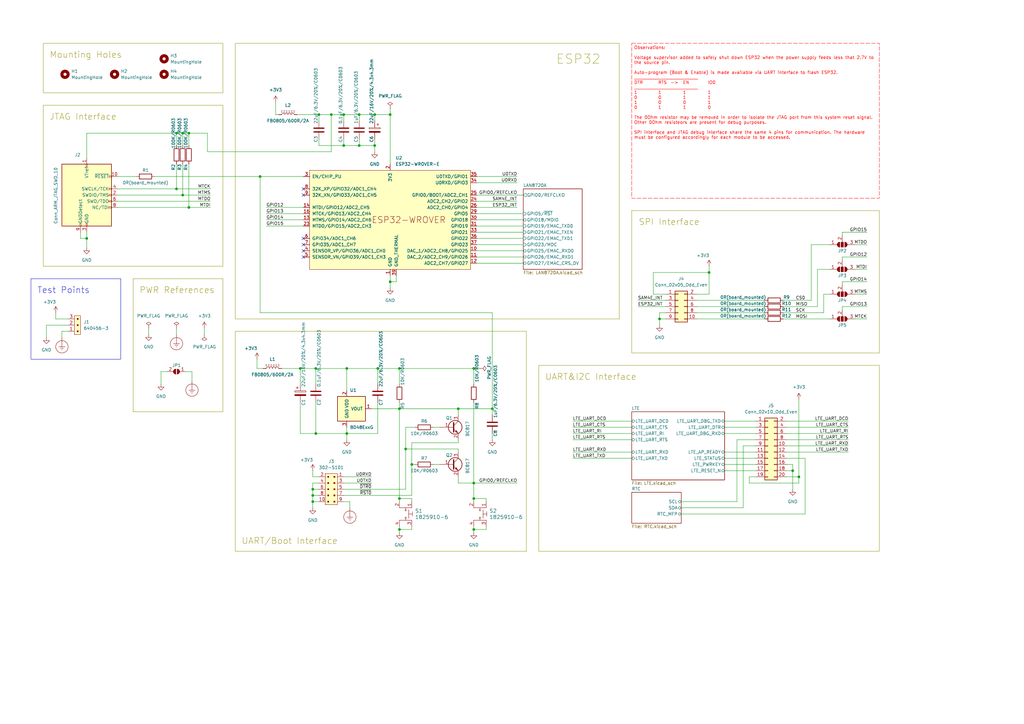
<source format=kicad_sch>
(kicad_sch (version 20230121) (generator eeschema)
  (paper "A3")
  (title_block (title "ESP32") (date "2023-12-22") (rev "A") (comment 1 "Author: Nicolae-Andrei Vasile"))
  (lib_symbols
    (symbol "Connector:Conn_ARM_JTAG_SWD_10" (pin_names (offset 1.016))
      (property "Reference" "J" (at -2.54 16.51 0))
      (property "Value" "Conn_ARM_JTAG_SWD_10" (at -2.54 13.97 0))
      (symbol "Conn_ARM_JTAG_SWD_10_1_1"
        (pin power_in line (at 0 15.24 270) (length 2.54) (name "VTref") (number "1"))
        (pin open_collector line (at 12.7 7.62 180) (length 2.54) (name "~{RESET}") (number "10"))
        (pin bidirectional line (at 12.7 0 180) (length 2.54) (name "SWDIO/TMS") (number "2"))
        (pin power_in line (at 0 -15.24 90) (length 2.54) (name "GND") (number "3"))
        (pin output line (at 12.7 2.54 180) (length 2.54) (name "SWCLK/TCK") (number "4"))
        (pin passive line (at 0 -15.24 90) (length 2.54) hide (name "GND") (number "5"))
        (pin input line (at 12.7 -2.54 180) (length 2.54) (name "SWO/TDO") (number "6"))
        (pin no_connect line (at -10.16 0 0) (length 2.54) hide (name "KEY") (number "7"))
        (pin output line (at 12.7 -5.08 180) (length 2.54) (name "NC/TDI") (number "8"))
        (pin passive line (at -2.54 -15.24 90) (length 2.54) (name "GNDDetect") (number "9"))
      )
    )
    (symbol "Connector_Generic:Conn_02x05_Odd_Even" (pin_names (offset 1.016) hide)
      (property "Reference" "J" (at 1.27 7.62 0))
      (property "Value" "Conn_02x05_Odd_Even" (at 1.27 -7.62 0))
      (symbol "Conn_02x05_Odd_Even_1_1"
        (pin passive line (at -5.08 5.08 0) (length 3.81) (name "Pin_1") (number "1"))
        (pin passive line (at 7.62 -5.08 180) (length 3.81) (name "Pin_10") (number "10"))
        (pin passive line (at 7.62 5.08 180) (length 3.81) (name "Pin_2") (number "2"))
        (pin passive line (at -5.08 2.54 0) (length 3.81) (name "Pin_3") (number "3"))
        (pin passive line (at 7.62 2.54 180) (length 3.81) (name "Pin_4") (number "4"))
        (pin passive line (at -5.08 0 0) (length 3.81) (name "Pin_5") (number "5"))
        (pin passive line (at 7.62 0 180) (length 3.81) (name "Pin_6") (number "6"))
        (pin passive line (at -5.08 -2.54 0) (length 3.81) (name "Pin_7") (number "7"))
        (pin passive line (at 7.62 -2.54 180) (length 3.81) (name "Pin_8") (number "8"))
        (pin passive line (at -5.08 -5.08 0) (length 3.81) (name "Pin_9") (number "9"))
      )
    )
    (symbol "Connector_Generic:Conn_02x10_Odd_Even" (pin_names (offset 1.016) hide)
      (property "Reference" "J" (at 1.27 12.7 0))
      (property "Value" "Conn_02x10_Odd_Even" (at 1.27 -15.24 0))
      (symbol "Conn_02x10_Odd_Even_1_1"
        (pin passive line (at -5.08 10.16 0) (length 3.81) (name "Pin_1") (number "1"))
        (pin passive line (at 7.62 0 180) (length 3.81) (name "Pin_10") (number "10"))
        (pin passive line (at -5.08 -2.54 0) (length 3.81) (name "Pin_11") (number "11"))
        (pin passive line (at 7.62 -2.54 180) (length 3.81) (name "Pin_12") (number "12"))
        (pin passive line (at -5.08 -5.08 0) (length 3.81) (name "Pin_13") (number "13"))
        (pin passive line (at 7.62 -5.08 180) (length 3.81) (name "Pin_14") (number "14"))
        (pin passive line (at -5.08 -7.62 0) (length 3.81) (name "Pin_15") (number "15"))
        (pin passive line (at 7.62 -7.62 180) (length 3.81) (name "Pin_16") (number "16"))
        (pin passive line (at -5.08 -10.16 0) (length 3.81) (name "Pin_17") (number "17"))
        (pin passive line (at 7.62 -10.16 180) (length 3.81) (name "Pin_18") (number "18"))
        (pin passive line (at -5.08 -12.7 0) (length 3.81) (name "Pin_19") (number "19"))
        (pin passive line (at 7.62 10.16 180) (length 3.81) (name "Pin_2") (number "2"))
        (pin passive line (at 7.62 -12.7 180) (length 3.81) (name "Pin_20") (number "20"))
        (pin passive line (at -5.08 7.62 0) (length 3.81) (name "Pin_3") (number "3"))
        (pin passive line (at 7.62 7.62 180) (length 3.81) (name "Pin_4") (number "4"))
        (pin passive line (at -5.08 5.08 0) (length 3.81) (name "Pin_5") (number "5"))
        (pin passive line (at 7.62 5.08 180) (length 3.81) (name "Pin_6") (number "6"))
        (pin passive line (at -5.08 2.54 0) (length 3.81) (name "Pin_7") (number "7"))
        (pin passive line (at 7.62 2.54 180) (length 3.81) (name "Pin_8") (number "8"))
        (pin passive line (at -5.08 0 0) (length 3.81) (name "Pin_9") (number "9"))
      )
    )
    (symbol "Device:C" (pin_numbers hide) (pin_names (offset 0.254))
      (property "Reference" "C" (at 0.635 2.54 0))
      (property "Value" "C" (at 0.635 -2.54 0))
      (symbol "C_1_1"
        (pin passive line (at 0 3.81 270) (length 2.794) (name "~") (number "1"))
        (pin passive line (at 0 -3.81 90) (length 2.794) (name "~") (number "2"))
      )
    )
    (symbol "Device:C_Polarized" (pin_numbers hide) (pin_names (offset 0.254))
      (property "Reference" "C" (at 0.635 2.54 0))
      (property "Value" "C_Polarized" (at 0.635 -2.54 0))
      (symbol "C_Polarized_1_1"
        (pin passive line (at 0 3.81 270) (length 2.794) (name "~") (number "1"))
        (pin passive line (at 0 -3.81 90) (length 2.794) (name "~") (number "2"))
      )
    )
    (symbol "Device:L_Ferrite" (pin_numbers hide) (pin_names (offset 1.016) hide)
      (property "Reference" "L" (at -1.27 0 90))
      (property "Value" "L_Ferrite" (at 2.794 0 90))
      (symbol "L_Ferrite_1_1"
        (pin passive line (at 0 3.81 270) (length 1.27) (name "1") (number "1"))
        (pin passive line (at 0 -3.81 90) (length 1.27) (name "2") (number "2"))
      )
    )
    (symbol "Device:R" (pin_numbers hide) (pin_names (offset 0))
      (property "Reference" "R" (at 2.032 0 90))
      (property "Value" "R" (at 0 0 90))
      (symbol "R_1_1"
        (pin passive line (at 0 3.81 270) (length 1.27) (name "~") (number "1"))
        (pin passive line (at 0 -3.81 90) (length 1.27) (name "~") (number "2"))
      )
    )
    (symbol "Espressif:ESP32-WROVER-E" (pin_names (offset 1.016))
      (property "Reference" "U" (at -30.48 25.4 0))
      (property "Value" "ESP32-WROVER-E" (at -30.48 22.86 0))
      (symbol "ESP32-WROVER-E_1_1"
        (text "ESP32-­WROVER" (at 7.62 0 0) (effects (font (size 2.54 2.54))))
        (pin power_in line (at 0 -22.86 90) (length 2.54) (name "GND") (number "1"))
        (pin bidirectional line (at 35.56 -12.7 180) (length 2.54) (name "DAC_1/ADC2_CH8/GPIO25") (number "10"))
        (pin bidirectional line (at 35.56 -15.24 180) (length 2.54) (name "DAC_2/ADC2_CH9/GPIO26") (number "11"))
        (pin bidirectional line (at 35.56 -17.78 180) (length 2.54) (name "ADC2_CH7/GPIO27") (number "12"))
        (pin bidirectional line (at -35.56 0 0) (length 2.54) (name "MTMS/GPIO14/ADC2_CH6") (number "13"))
        (pin bidirectional line (at -35.56 5.08 0) (length 2.54) (name "MTDI/GPIO12/ADC2_CH5") (number "14"))
        (pin passive line (at 0 -22.86 90) (length 2.54) hide (name "GND") (number "15"))
        (pin bidirectional line (at -35.56 2.54 0) (length 2.54) (name "MTCK/GPIO13/ADC2_CH4") (number "16"))
        (pin power_in line (at 0 22.86 270) (length 2.54) (name "3V3") (number "2"))
        (pin bidirectional line (at -35.56 -2.54 0) (length 2.54) (name "MTDO/GPIO15/ADC2_CH3") (number "23"))
        (pin bidirectional line (at 35.56 7.62 180) (length 2.54) (name "ADC2_CH2/GPIO2") (number "24"))
        (pin bidirectional line (at 35.56 10.16 180) (length 2.54) (name "GPIO0/BOOT/ADC2_CH1") (number "25"))
        (pin bidirectional line (at 35.56 5.08 180) (length 2.54) (name "ADC2_CH0/GPIO4") (number "26"))
        (pin bidirectional line (at 35.56 2.54 180) (length 2.54) (name "GPIO5") (number "29"))
        (pin input line (at -35.56 17.78 0) (length 2.54) (name "EN/CHIP_PU") (number "3"))
        (pin bidirectional line (at 35.56 0 180) (length 2.54) (name "GPIO18") (number "30"))
        (pin bidirectional line (at 35.56 -2.54 180) (length 2.54) (name "GPIO19") (number "31"))
        (pin bidirectional line (at 35.56 -5.08 180) (length 2.54) (name "GPIO21") (number "33"))
        (pin bidirectional line (at 35.56 15.24 180) (length 2.54) (name "U0RXD/GPIO3") (number "34"))
        (pin bidirectional line (at 35.56 17.78 180) (length 2.54) (name "U0TXD/GPIO1") (number "35"))
        (pin bidirectional line (at 35.56 -7.62 180) (length 2.54) (name "GPIO22") (number "36"))
        (pin bidirectional line (at 35.56 -10.16 180) (length 2.54) (name "GPIO23") (number "37"))
        (pin passive line (at 0 -22.86 90) (length 2.54) hide (name "GND") (number "38"))
        (pin power_in line (at 2.54 -22.86 90) (length 2.54) (name "GND_THERMAL") (number "39"))
        (pin input line (at -35.56 -12.7 0) (length 2.54) (name "SENSOR_VP/GPIO36/ADC1_CH0") (number "4"))
        (pin input line (at -35.56 -15.24 0) (length 2.54) (name "SENSOR_VN/GPIO39/ADC1_CH3") (number "5"))
        (pin input line (at -35.56 -7.62 0) (length 2.54) (name "GPIO34/ADC1_CH6") (number "6"))
        (pin input line (at -35.56 -10.16 0) (length 2.54) (name "GPIO35/ADC1_CH7") (number "7"))
        (pin bidirectional line (at -35.56 12.7 0) (length 2.54) (name "32K_XP/GPIO32/ADC1_CH4") (number "8"))
        (pin bidirectional line (at -35.56 10.16 0) (length 2.54) (name "32K_XN/GPIO33/ADC1_CH5") (number "9"))
      )
    )
    (symbol "Jumper:SolderJumper_2_Open" (pin_names (offset 0) hide)
      (property "Reference" "JP" (at 0 2.032 0))
      (property "Value" "SolderJumper_2_Open" (at 0 -2.54 0))
      (symbol "SolderJumper_2_Open_1_1"
        (pin passive line (at -3.81 0 0) (length 2.54) (name "A") (number "1"))
        (pin passive line (at 3.81 0 180) (length 2.54) (name "B") (number "2"))
      )
    )
    (symbol "Jumper:SolderJumper_3_Open" (pin_names (offset 0) hide)
      (property "Reference" "JP" (at -2.54 -2.54 0))
      (property "Value" "SolderJumper_3_Open" (at 0 2.794 0))
      (symbol "SolderJumper_3_Open_1_1"
        (pin passive line (at -5.08 0 0) (length 2.54) (name "A") (number "1"))
        (pin passive line (at 0 -3.81 90) (length 2.54) (name "C") (number "2"))
        (pin passive line (at 5.08 0 180) (length 2.54) (name "B") (number "3"))
      )
    )
    (symbol "Mechanical:MountingHole" (pin_names (offset 1.016))
      (property "Reference" "H" (at 0 5.08 0))
      (property "Value" "MountingHole" (at 0 3.175 0))
    )
    (symbol "Power_Management:BD48ExxG" (pin_names (offset 1.016))
      (property "Reference" "U" (at -3.81 6.35 0))
      (property "Value" "BD48ExxG" (at -5.08 0 90))
      (symbol "BD48ExxG_1_1"
        (pin output line (at 10.16 0 180) (length 2.54) (name "VOUT") (number "1"))
        (pin power_in line (at 0 7.62 270) (length 2.54) (name "VDD") (number "2"))
        (pin power_in line (at 0 -7.62 90) (length 2.54) (name "GND") (number "3"))
      )
    )
    (symbol "Transistor_BJT:BC817" (pin_names (offset 0) hide)
      (property "Reference" "Q" (at 5.08 1.905 0))
      (property "Value" "BC817" (at 5.08 0 0))
      (symbol "BC817_1_1"
        (pin input line (at -5.08 0 0) (length 5.715) (name "B") (number "1"))
        (pin passive line (at 2.54 -5.08 90) (length 2.54) (name "E") (number "2"))
        (pin passive line (at 2.54 5.08 270) (length 2.54) (name "C") (number "3"))
      )
    )
    (symbol "dk_Rectangular-Connectors-Headers-Male-Pins:302-S101" (pin_names (offset 1.016))
      (property "Reference" "J" (at -2.54 7.62 0))
      (property "Value" "302-S101" (at 0 -7.62 0))
      (symbol "302-S101_1_1"
        (pin passive line (at -5.08 5.08 0) (length 2.54) (name "~") (number "1"))
        (pin passive line (at 5.08 -5.08 180) (length 2.54) (name "~") (number "10"))
        (pin passive line (at 5.08 5.08 180) (length 2.54) (name "~") (number "2"))
        (pin passive line (at -5.08 2.54 0) (length 2.54) (name "~") (number "3"))
        (pin passive line (at 5.08 2.54 180) (length 2.54) (name "~") (number "4"))
        (pin passive line (at -5.08 0 0) (length 2.54) (name "~") (number "5"))
        (pin passive line (at 5.08 0 180) (length 2.54) (name "~") (number "6"))
        (pin passive line (at -5.08 -2.54 0) (length 2.54) (name "~") (number "7"))
        (pin passive line (at 5.08 -2.54 180) (length 2.54) (name "~") (number "8"))
        (pin passive line (at -5.08 -5.08 0) (length 2.54) (name "~") (number "9"))
      )
    )
    (symbol "dk_Rectangular-Connectors-Headers-Male-Pins:640456-3" (pin_names (offset 1.016))
      (property "Reference" "J" (at -2.54 1.27 0))
      (property "Value" "640456-3" (at 2.54 -3.81 0))
      (symbol "640456-3_1_1"
        (pin passive line (at 0 2.54 270) (length 2.54) (name "~") (number "1"))
        (pin passive line (at 2.54 2.54 270) (length 2.54) (name "~") (number "2"))
        (pin passive line (at 5.08 2.54 270) (length 2.54) (name "~") (number "3"))
      )
    )
    (symbol "dk_Tactile-Switches:1825910-6" (pin_names (offset 1.016))
      (property "Reference" "S" (at 0 4.572 0))
      (property "Value" "1825910-6" (at 0.127 -5.08 0))
      (symbol "1825910-6_1_1"
        (pin passive line (at -5.08 2.54 0) (length 2.54) (name "~") (number "1"))
        (pin passive line (at -5.08 -2.54 0) (length 2.54) (name "~") (number "2"))
        (pin passive line (at 5.08 2.54 180) (length 2.54) (name "~") (number "3"))
        (pin passive line (at 5.08 -2.54 180) (length 2.54) (name "~") (number "4"))
      )
    )
    (symbol "power:+3V3" (power) (pin_names (offset 0))
      (property "Value" "+3V3" (at 0 3.556 0))
      (symbol "+3V3_1_1"
        (pin power_in line (at 0 0 90) (length 0) hide (name "+3V3") (number "1"))
      )
    )
    (symbol "power:Earth_Protective" (power) (pin_names (offset 0))
      (symbol "Earth_Protective_1_1"
        (pin power_in line (at 0 0 270) (length 0) hide (name "Earth_Protective") (number "1"))
      )
    )
    (symbol "power:GND" (power) (pin_names (offset 0))
      (property "Value" "GND" (at 0 -3.81 0))
      (symbol "GND_1_1"
        (pin power_in line (at 0 0 270) (length 0) hide (name "GND") (number "1"))
      )
    )
    (symbol "power:PWR_FLAG" (power) (pin_numbers hide) (pin_names (offset 0) hide)
      (property "Value" "PWR_FLAG" (at 0 3.81 0))
      (symbol "PWR_FLAG_0_0"
        (pin power_out line (at 0 0 90) (length 0) (name "pwr") (number "1"))
      )
    )
  )
  (junction (at 327.66 195.58))
  (junction (at 128.27 203.2))
  (junction (at 128.27 205.74))
  (junction (at 154.94 151.13))
  (junction (at 194.31 198.12))
  (junction (at 77.47 54.61))
  (junction (at 163.83 204.47))
  (junction (at 106.68 72.39))
  (junction (at 187.96 167.64))
  (junction (at 163.83 167.64))
  (junction (at 142.24 177.8))
  (junction (at 35.56 97.79))
  (junction (at 140.97 59.69))
  (junction (at 160.02 115.57))
  (junction (at 194.31 151.13))
  (junction (at 129.54 151.13))
  (junction (at 147.32 46.99))
  (junction (at 140.97 46.99))
  (junction (at 194.31 217.17))
  (junction (at 147.32 59.69))
  (junction (at 128.27 200.66))
  (junction (at 325.12 193.04))
  (junction (at 153.67 59.69))
  (junction (at 74.93 54.61))
  (junction (at 129.54 177.8))
  (junction (at 163.83 151.13))
  (junction (at 135.89 46.99))
  (junction (at 123.19 151.13))
  (junction (at 270.51 130.81))
  (junction (at 160.02 46.99))
  (junction (at 290.83 111.76))
  (junction (at 130.81 46.99))
  (junction (at 77.47 85.09))
  (junction (at 201.93 167.64))
  (junction (at 163.83 217.17))
  (junction (at 72.39 54.61))
  (junction (at 166.37 184.15))
  (junction (at 194.31 204.47))
  (junction (at 72.39 77.47))
  (junction (at 168.91 190.5))
  (junction (at 142.24 151.13))
  (junction (at 153.67 46.99))
  (junction (at 74.93 80.01))
  (no_connect (at 124.46 100.33))
  (no_connect (at 124.46 97.79))
  (no_connect (at 124.46 105.41))
  (no_connect (at 124.46 102.87))
  (no_connect (at 124.46 77.47))
  (no_connect (at 124.46 80.01))
  (wire (pts (xy 153.67 59.69) (xy 147.32 59.69)))
  (wire (pts (xy 322.58 182.88) (xy 347.98 182.88)))
  (wire (pts (xy 83.82 134.62) (xy 83.82 137.16)))
  (wire (pts (xy 267.97 111.76) (xy 290.83 111.76)))
  (wire (pts (xy 19.05 133.35) (xy 19.05 138.43)))
  (wire (pts (xy 177.8 190.5) (xy 180.34 190.5)))
  (wire (pts (xy 163.83 204.47) (xy 168.91 204.47)))
  (wire (pts (xy 109.22 85.09) (xy 124.46 85.09)))
  (wire (pts (xy 194.31 198.12) (xy 212.09 198.12)))
  (wire (pts (xy 290.83 109.22) (xy 290.83 111.76)))
  (wire (pts (xy 154.94 177.8) (xy 142.24 177.8)))
  (wire (pts (xy 166.37 200.66) (xy 166.37 184.15)))
  (wire (pts (xy 168.91 215.9) (xy 168.91 217.17)))
  (wire (pts (xy 330.2 210.82) (xy 330.2 187.96)))
  (wire (pts (xy 77.47 85.09) (xy 86.36 85.09)))
  (wire (pts (xy 163.83 167.64) (xy 163.83 204.47)))
  (wire (pts (xy 166.37 184.15) (xy 187.96 184.15)))
  (wire (pts (xy 187.96 170.18) (xy 187.96 167.64)))
  (wire (pts (xy 340.36 100.33) (xy 332.74 100.33)))
  (wire (pts (xy 270.51 130.81) (xy 270.51 133.35)))
  (wire (pts (xy 285.75 125.73) (xy 313.69 125.73)))
  (wire (pts (xy 327.66 198.12) (xy 307.34 198.12)))
  (wire (pts (xy 105.41 151.13) (xy 105.41 147.32)))
  (wire (pts (xy 337.82 128.27) (xy 321.31 128.27)))
  (wire (pts (xy 60.96 134.62) (xy 60.96 137.16)))
  (wire (pts (xy 142.24 175.26) (xy 142.24 177.8)))
  (wire (pts (xy 142.24 151.13) (xy 129.54 151.13)))
  (wire (pts (xy 142.24 151.13) (xy 142.24 160.02)))
  (wire (pts (xy 273.05 120.65) (xy 267.97 120.65)))
  (wire (pts (xy 168.91 181.61) (xy 168.91 190.5)))
  (polyline (pts (xy 215.9 226.06) (xy 96.52 226.06)) (stroke (width 0) (color 140 140 0 1)))
  (wire (pts (xy 187.96 181.61) (xy 168.91 181.61)))
  (wire (pts (xy 194.31 205.74) (xy 194.31 204.47)))
  (wire (pts (xy 163.83 215.9) (xy 163.83 217.17)))
  (wire (pts (xy 194.31 151.13) (xy 194.31 157.48)))
  (wire (pts (xy 279.4 210.82) (xy 330.2 210.82)))
  (wire (pts (xy 74.93 54.61) (xy 74.93 59.69)))
  (wire (pts (xy 77.47 54.61) (xy 77.47 59.69)))
  (wire (pts (xy 48.26 85.09) (xy 77.47 85.09)))
  (wire (pts (xy 63.5 72.39) (xy 106.68 72.39)))
  (wire (pts (xy 335.28 125.73) (xy 321.31 125.73)))
  (wire (pts (xy 168.91 190.5) (xy 168.91 203.2)))
  (wire (pts (xy 196.85 151.13) (xy 194.31 151.13)))
  (wire (pts (xy 304.8 208.28) (xy 279.4 208.28)))
  (wire (pts (xy 168.91 204.47) (xy 168.91 205.74)))
  (wire (pts (xy 325.12 190.5) (xy 325.12 193.04)))
  (wire (pts (xy 163.83 151.13) (xy 194.31 151.13)))
  (polyline (pts (xy 181.61 135.89) (xy 181.61 135.89)) (stroke (width 0) (color 140 140 0 1)))
  (wire (pts (xy 33.02 97.79) (xy 35.56 97.79)))
  (wire (pts (xy 85.09 62.23) (xy 85.09 54.61)))
  (wire (pts (xy 152.4 198.12) (xy 140.97 198.12)))
  (wire (pts (xy 106.68 72.39) (xy 106.68 128.27)))
  (wire (pts (xy 187.96 198.12) (xy 194.31 198.12)))
  (polyline (pts (xy 96.52 226.06) (xy 96.52 135.89)) (stroke (width 0) (color 140 140 0 1)))
  (wire (pts (xy 162.56 113.03) (xy 162.56 115.57)))
  (wire (pts (xy 72.39 134.62) (xy 72.39 137.16)))
  (wire (pts (xy 345.44 106.68) (xy 345.44 105.41)))
  (wire (pts (xy 199.39 204.47) (xy 199.39 205.74)))
  (wire (pts (xy 130.81 46.99) (xy 121.92 46.99)))
  (wire (pts (xy 140.97 200.66) (xy 166.37 200.66)))
  (wire (pts (xy 154.94 151.13) (xy 154.94 157.48)))
  (wire (pts (xy 325.12 193.04) (xy 325.12 200.66)))
  (wire (pts (xy 48.26 82.55) (xy 86.36 82.55)))
  (wire (pts (xy 340.36 130.81) (xy 321.31 130.81)))
  (wire (pts (xy 147.32 57.15) (xy 147.32 59.69)))
  (wire (pts (xy 285.75 130.81) (xy 313.69 130.81)))
  (wire (pts (xy 123.19 177.8) (xy 123.19 165.1)))
  (wire (pts (xy 109.22 90.17) (xy 124.46 90.17)))
  (wire (pts (xy 129.54 151.13) (xy 129.54 157.48)))
  (wire (pts (xy 48.26 77.47) (xy 72.39 77.47)))
  (wire (pts (xy 345.44 116.84) (xy 345.44 115.57)))
  (wire (pts (xy 322.58 180.34) (xy 347.98 180.34)))
  (wire (pts (xy 307.34 195.58) (xy 309.88 195.58)))
  (wire (pts (xy 130.81 46.99) (xy 135.89 46.99)))
  (wire (pts (xy 187.96 180.34) (xy 187.96 181.61)))
  (wire (pts (xy 195.58 74.93) (xy 212.09 74.93)))
  (wire (pts (xy 72.39 77.47) (xy 86.36 77.47)))
  (wire (pts (xy 123.19 151.13) (xy 123.19 157.48)))
  (wire (pts (xy 140.97 57.15) (xy 140.97 59.69)))
  (wire (pts (xy 177.8 175.26) (xy 180.34 175.26)))
  (wire (pts (xy 195.58 107.95) (xy 214.63 107.95)))
  (wire (pts (xy 74.93 54.61) (xy 77.47 54.61)))
  (wire (pts (xy 332.74 100.33) (xy 332.74 123.19)))
  (wire (pts (xy 322.58 172.72) (xy 347.98 172.72)))
  (wire (pts (xy 199.39 217.17) (xy 194.31 217.17)))
  (wire (pts (xy 355.6 110.49) (xy 350.52 110.49)))
  (wire (pts (xy 168.91 190.5) (xy 170.18 190.5)))
  (wire (pts (xy 153.67 49.53) (xy 153.67 46.99)))
  (wire (pts (xy 22.86 128.27) (xy 22.86 130.81)))
  (wire (pts (xy 332.74 123.19) (xy 321.31 123.19)))
  (wire (pts (xy 322.58 185.42) (xy 347.98 185.42)))
  (wire (pts (xy 130.81 198.12) (xy 128.27 198.12)))
  (wire (pts (xy 152.4 167.64) (xy 163.83 167.64)))
  (wire (pts (xy 322.58 175.26) (xy 347.98 175.26)))
  (wire (pts (xy 135.89 62.23) (xy 135.89 46.99)))
  (wire (pts (xy 113.03 41.91) (xy 113.03 46.99)))
  (wire (pts (xy 302.26 180.34) (xy 309.88 180.34)))
  (wire (pts (xy 128.27 193.04) (xy 128.27 195.58)))
  (wire (pts (xy 166.37 175.26) (xy 170.18 175.26)))
  (wire (pts (xy 85.09 54.61) (xy 77.47 54.61)))
  (wire (pts (xy 163.83 217.17) (xy 163.83 218.44)))
  (wire (pts (xy 77.47 67.31) (xy 77.47 85.09)))
  (wire (pts (xy 273.05 123.19) (xy 261.62 123.19)))
  (wire (pts (xy 142.24 151.13) (xy 154.94 151.13)))
  (wire (pts (xy 130.81 200.66) (xy 128.27 200.66)))
  (wire (pts (xy 130.81 57.15) (xy 130.81 59.69)))
  (polyline (pts (xy 181.61 135.89) (xy 215.9 135.89)) (stroke (width 0) (color 140 140 0 1)))
  (wire (pts (xy 163.83 167.64) (xy 187.96 167.64)))
  (wire (pts (xy 195.58 100.33) (xy 214.63 100.33)))
  (wire (pts (xy 195.58 97.79) (xy 214.63 97.79)))
  (wire (pts (xy 115.57 151.13) (xy 123.19 151.13)))
  (polyline (pts (xy 97.79 135.89) (xy 181.61 135.89)) (stroke (width 0) (color 140 140 0 1)))
  (wire (pts (xy 130.81 59.69) (xy 140.97 59.69)))
  (wire (pts (xy 160.02 46.99) (xy 153.67 46.99)))
  (wire (pts (xy 297.18 175.26) (xy 309.88 175.26)))
  (wire (pts (xy 154.94 165.1) (xy 154.94 177.8)))
  (wire (pts (xy 327.66 163.83) (xy 327.66 195.58)))
  (wire (pts (xy 355.6 120.65) (xy 350.52 120.65)))
  (wire (pts (xy 153.67 57.15) (xy 153.67 59.69)))
  (wire (pts (xy 78.74 156.21) (xy 78.74 152.4)))
  (wire (pts (xy 337.82 120.65) (xy 340.36 120.65)))
  (wire (pts (xy 35.56 95.25) (xy 35.56 97.79)))
  (wire (pts (xy 35.56 54.61) (xy 72.39 54.61)))
  (wire (pts (xy 160.02 113.03) (xy 160.02 115.57)))
  (wire (pts (xy 163.83 165.1) (xy 163.83 167.64)))
  (wire (pts (xy 270.51 128.27) (xy 270.51 130.81)))
  (wire (pts (xy 194.31 215.9) (xy 194.31 217.17)))
  (wire (pts (xy 322.58 177.8) (xy 347.98 177.8)))
  (wire (pts (xy 201.93 170.18) (xy 201.93 167.64)))
  (wire (pts (xy 199.39 215.9) (xy 199.39 217.17)))
  (wire (pts (xy 355.6 130.81) (xy 350.52 130.81)))
  (wire (pts (xy 163.83 151.13) (xy 163.83 157.48)))
  (wire (pts (xy 297.18 187.96) (xy 309.88 187.96)))
  (wire (pts (xy 128.27 203.2) (xy 128.27 205.74)))
  (wire (pts (xy 285.75 123.19) (xy 313.69 123.19)))
  (wire (pts (xy 147.32 46.99) (xy 140.97 46.99)))
  (wire (pts (xy 234.95 177.8) (xy 259.08 177.8)))
  (wire (pts (xy 345.44 96.52) (xy 345.44 95.25)))
  (wire (pts (xy 194.31 217.17) (xy 194.31 218.44)))
  (wire (pts (xy 66.04 152.4) (xy 66.04 157.48)))
  (wire (pts (xy 168.91 217.17) (xy 163.83 217.17)))
  (wire (pts (xy 187.96 185.42) (xy 187.96 184.15)))
  (wire (pts (xy 128.27 200.66) (xy 128.27 203.2)))
  (wire (pts (xy 147.32 46.99) (xy 147.32 49.53)))
  (wire (pts (xy 19.05 133.35) (xy 27.94 133.35)))
  (wire (pts (xy 130.81 203.2) (xy 128.27 203.2)))
  (wire (pts (xy 297.18 185.42) (xy 309.88 185.42)))
  (wire (pts (xy 195.58 72.39) (xy 212.09 72.39)))
  (wire (pts (xy 279.4 205.74) (xy 302.26 205.74)))
  (wire (pts (xy 267.97 120.65) (xy 267.97 111.76)))
  (wire (pts (xy 195.58 105.41) (xy 214.63 105.41)))
  (wire (pts (xy 307.34 198.12) (xy 307.34 195.58)))
  (wire (pts (xy 160.02 115.57) (xy 162.56 115.57)))
  (wire (pts (xy 72.39 54.61) (xy 72.39 59.69)))
  (wire (pts (xy 273.05 130.81) (xy 270.51 130.81)))
  (wire (pts (xy 106.68 128.27) (xy 201.93 128.27)))
  (wire (pts (xy 114.3 46.99) (xy 113.03 46.99)))
  (wire (pts (xy 297.18 190.5) (xy 309.88 190.5)))
  (wire (pts (xy 355.6 100.33) (xy 350.52 100.33)))
  (wire (pts (xy 168.91 203.2) (xy 140.97 203.2)))
  (wire (pts (xy 152.4 195.58) (xy 140.97 195.58)))
  (wire (pts (xy 273.05 128.27) (xy 270.51 128.27)))
  (wire (pts (xy 302.26 205.74) (xy 302.26 180.34)))
  (wire (pts (xy 335.28 125.73) (xy 335.28 110.49)))
  (wire (pts (xy 187.96 167.64) (xy 201.93 167.64)))
  (wire (pts (xy 109.22 92.71) (xy 124.46 92.71)))
  (wire (pts (xy 195.58 95.25) (xy 214.63 95.25)))
  (wire (pts (xy 68.58 152.4) (xy 66.04 152.4)))
  (wire (pts (xy 322.58 193.04) (xy 325.12 193.04)))
  (wire (pts (xy 163.83 205.74) (xy 163.83 204.47)))
  (wire (pts (xy 129.54 177.8) (xy 142.24 177.8)))
  (wire (pts (xy 130.81 195.58) (xy 128.27 195.58)))
  (wire (pts (xy 123.19 151.13) (xy 129.54 151.13)))
  (wire (pts (xy 355.6 95.25) (xy 345.44 95.25)))
  (wire (pts (xy 143.51 205.74) (xy 140.97 205.74)))
  (wire (pts (xy 195.58 92.71) (xy 214.63 92.71)))
  (wire (pts (xy 201.93 128.27) (xy 201.93 167.64)))
  (wire (pts (xy 140.97 46.99) (xy 140.97 49.53)))
  (wire (pts (xy 72.39 77.47) (xy 72.39 67.31)))
  (wire (pts (xy 153.67 59.69) (xy 153.67 62.23)))
  (wire (pts (xy 234.95 187.96) (xy 259.08 187.96)))
  (polyline (pts (xy 215.9 135.89) (xy 215.9 226.06)) (stroke (width 0) (color 140 140 0 1)))
  (wire (pts (xy 35.56 54.61) (xy 35.56 64.77)))
  (wire (pts (xy 234.95 180.34) (xy 259.08 180.34)))
  (wire (pts (xy 33.02 95.25) (xy 33.02 97.79)))
  (wire (pts (xy 273.05 125.73) (xy 261.62 125.73)))
  (wire (pts (xy 322.58 195.58) (xy 327.66 195.58)))
  (wire (pts (xy 154.94 151.13) (xy 163.83 151.13)))
  (wire (pts (xy 355.6 125.73) (xy 345.44 125.73)))
  (wire (pts (xy 48.26 72.39) (xy 55.88 72.39)))
  (wire (pts (xy 195.58 90.17) (xy 214.63 90.17)))
  (wire (pts (xy 234.95 185.42) (xy 259.08 185.42)))
  (wire (pts (xy 27.94 135.89) (xy 25.4 135.89)))
  (wire (pts (xy 166.37 184.15) (xy 166.37 175.26)))
  (wire (pts (xy 194.31 198.12) (xy 194.31 204.47)))
  (wire (pts (xy 78.74 152.4) (xy 76.2 152.4)))
  (wire (pts (xy 143.51 208.28) (xy 143.51 205.74)))
  (wire (pts (xy 129.54 165.1) (xy 129.54 177.8)))
  (wire (pts (xy 25.4 135.89) (xy 25.4 138.43)))
  (wire (pts (xy 142.24 177.8) (xy 142.24 180.34)))
  (wire (pts (xy 107.95 151.13) (xy 105.41 151.13)))
  (wire (pts (xy 304.8 182.88) (xy 304.8 208.28)))
  (wire (pts (xy 194.31 165.1) (xy 194.31 198.12)))
  (wire (pts (xy 160.02 46.99) (xy 160.02 67.31)))
  (wire (pts (xy 128.27 205.74) (xy 128.27 208.28)))
  (wire (pts (xy 135.89 62.23) (xy 85.09 62.23)))
  (polyline (pts (xy 96.52 135.89) (xy 97.79 135.89)) (stroke (width 0) (color 140 140 0 1)))
  (wire (pts (xy 72.39 54.61) (xy 74.93 54.61)))
  (wire (pts (xy 309.88 182.88) (xy 304.8 182.88)))
  (wire (pts (xy 153.67 46.99) (xy 147.32 46.99)))
  (wire (pts (xy 290.83 111.76) (xy 290.83 120.65)))
  (wire (pts (xy 106.68 72.39) (xy 124.46 72.39)))
  (wire (pts (xy 160.02 115.57) (xy 160.02 118.11)))
  (wire (pts (xy 187.96 195.58) (xy 187.96 198.12)))
  (wire (pts (xy 74.93 80.01) (xy 86.36 80.01)))
  (wire (pts (xy 48.26 80.01) (xy 74.93 80.01)))
  (wire (pts (xy 297.18 177.8) (xy 309.88 177.8)))
  (wire (pts (xy 322.58 190.5) (xy 325.12 190.5)))
  (wire (pts (xy 195.58 87.63) (xy 214.63 87.63)))
  (wire (pts (xy 327.66 195.58) (xy 327.66 198.12)))
  (wire (pts (xy 35.56 97.79) (xy 35.56 101.6)))
  (wire (pts (xy 195.58 80.01) (xy 214.63 80.01)))
  (wire (pts (xy 234.95 175.26) (xy 259.08 175.26)))
  (wire (pts (xy 297.18 193.04) (xy 309.88 193.04)))
  (wire (pts (xy 201.93 177.8) (xy 201.93 180.34)))
  (wire (pts (xy 194.31 204.47) (xy 199.39 204.47)))
  (wire (pts (xy 160.02 44.45) (xy 160.02 46.99)))
  (wire (pts (xy 355.6 105.41) (xy 345.44 105.41)))
  (wire (pts (xy 128.27 198.12) (xy 128.27 200.66)))
  (wire (pts (xy 109.22 87.63) (xy 124.46 87.63)))
  (wire (pts (xy 345.44 127) (xy 345.44 125.73)))
  (wire (pts (xy 335.28 110.49) (xy 340.36 110.49)))
  (wire (pts (xy 74.93 67.31) (xy 74.93 80.01)))
  (wire (pts (xy 195.58 85.09) (xy 212.09 85.09)))
  (wire (pts (xy 285.75 128.27) (xy 313.69 128.27)))
  (wire (pts (xy 130.81 205.74) (xy 128.27 205.74)))
  (wire (pts (xy 129.54 177.8) (xy 123.19 177.8)))
  (wire (pts (xy 330.2 187.96) (xy 322.58 187.96)))
  (wire (pts (xy 27.94 130.81) (xy 22.86 130.81)))
  (wire (pts (xy 147.32 59.69) (xy 140.97 59.69)))
  (wire (pts (xy 234.95 172.72) (xy 259.08 172.72)))
  (wire (pts (xy 195.58 82.55) (xy 212.09 82.55)))
  (wire (pts (xy 285.75 120.65) (xy 290.83 120.65)))
  (wire (pts (xy 195.58 102.87) (xy 214.63 102.87)))
  (wire (pts (xy 297.18 172.72) (xy 309.88 172.72)))
  (wire (pts (xy 355.6 115.57) (xy 345.44 115.57)))
  (wire (pts (xy 135.89 46.99) (xy 140.97 46.99)))
  (wire (pts (xy 130.81 46.99) (xy 130.81 49.53)))
  (wire (pts (xy 337.82 128.27) (xy 337.82 120.65)))
  (rectangle (start 220.98 149.86) (end 360.68 226.06) (stroke (width 0) (color 140 140 0 1)))
  (rectangle (start 54.61 114.3) (end 91.44 168.91) (stroke (width 0) (color 140 140 0 1)))
  (rectangle (start 259.08 86.36) (end 360.68 144.78) (stroke (width 0) (color 140 140 0 1)))
  (rectangle (start 17.78 43.18) (end 91.44 109.22) (stroke (width 0) (color 140 140 0 1)))
  (rectangle (start 96.52 17.78) (end 254 130.81) (stroke (width 0) (color 140 140 0 1)))
  (rectangle (start 12.7 114.3) (end 49.53 147.32))
  (rectangle (start 17.78 17.78) (end 91.44 38.1) (stroke (width 0) (color 140 140 0 1)))
  (text_box "Observations:\n\nVoltage supervisor added to safely shut down ESP32 when the power supply feeds less that 2.7V to the source pin.\n\nAuto-program (Boot & Enable) is made available via UART interface to flash ESP32.\n___________________________\nDTR		RTS	->	EN		IO0\n___________________________\n1		1		1		1\n0		0		1		1\n1		0		0		1\n0		1		1		0\n\nThe 0Ohm resistor may be removed in order to isolate the JTAG port from this system reset signal. Other 0Ohm resisteors are present for debug purposes.\n\nSPI interface and JTAG debug interface share the same 4 pins for communication. The hardware must be configured accordingly for each module to be accessed." (at 259.08 17.78 0) (size 101.6 63.5) (stroke (width 0) (type dash) (color 255 0 0 1)) (effects (font (size 1.27 1.27)) (justify left top)))
  (text "SPI Interface" (at 287.02 92.71 0) (effects (font (size 2.54 2.54)) (justify right bottom)))
  (text "UART/Boot Interface\n" (at 99.06 223.52 0) (effects (font (size 2.54 2.54)) (justify left bottom)))
  (text "Test Points" (at 15.24 120.65 0) (effects (font (size 2.54 2.54)) (justify left bottom)))
  (text "ESP32" (at 246.38 26.67 0) (effects (font (size 3.81 3.81)) (justify right bottom)))
  (text "PWR References\n" (at 57.15 120.65 0) (effects (font (size 2.54 2.54)) (justify left bottom)))
  (text "Mounting Holes" (at 20.32 24.13 0) (effects (font (size 2.54 2.54)) (justify left bottom)))
  (text "JTAG Interface" (at 20.32 49.53 0) (effects (font (size 2.54 2.54)) (justify left bottom)))
  (text "UART&I2C Interface" (at 223.52 156.21 0) (effects (font (size 2.54 2.54)) (justify left bottom)))
  (label "GPIO0{slash}REFCLKO" (at 212.09 80.01 180))
  (label "LTE_UART_RXD" (at 347.98 182.88 180))
  (label "GPIO12" (at 109.22 85.09 0))
  (label "LTE_UART_CTS" (at 234.95 175.26 0))
  (label "ESP32_INT" (at 212.09 85.09 180))
  (label "MTMS" (at 355.6 120.65 180))
  (label "GPIO0{slash}REFCLKO" (at 212.09 198.12 180))
  (label "LTE_UART_RTS" (at 234.95 180.34 0))
  (label "LTE_UART_TXD" (at 234.95 187.96 0))
  (label "U0RXD" (at 152.4 195.58 180))
  (label "LTE_UART_RTS" (at 347.98 180.34 180))
  (label "MISO" (at 326.39 125.73 0))
  (label "MTMS" (at 86.36 80.01 180))
  (label "GPIO15" (at 355.6 95.25 180))
  (label "SCK" (at 326.39 128.27 0))
  (label "LTE_UART_RXD" (at 234.95 185.42 0))
  (label "MTCK" (at 355.6 130.81 180))
  (label "GPIO14" (at 355.6 115.57 180))
  (label "GPIO14" (at 109.22 90.17 0))
  (label "CS0" (at 326.39 123.19 0))
  (label "GPIO13" (at 355.6 125.73 180))
  (label "U0TXD" (at 152.4 198.12 180))
  (label "U0TXD" (at 212.09 72.39 180))
  (label "LTE_UART_RI" (at 347.98 177.8 180))
  (label "~{RST0}" (at 152.4 203.2 180))
  (label "SAM4E_INT" (at 212.09 82.55 180))
  (label "MTDO" (at 86.36 82.55 180))
  (label "MOSI" (at 326.39 130.81 0))
  (label "GPIO15" (at 109.22 92.71 0))
  (label "MTDI" (at 86.36 85.09 180))
  (label "U0RXD" (at 212.09 74.93 180))
  (label "ESP32_INT" (at 261.62 125.73 0))
  (label "SAM4E_INT" (at 261.62 123.19 0))
  (label "GPIO12" (at 355.6 105.41 180))
  (label "LTE_UART_CTS" (at 347.98 175.26 180))
  (label "LTE_UART_TXD" (at 347.98 185.42 180))
  (label "LTE_UART_RI" (at 234.95 177.8 0))
  (label "MTCK" (at 86.36 77.47 180))
  (label "LTE_UART_DCD" (at 234.95 172.72 0))
  (label "MTDO" (at 355.6 100.33 180))
  (label "MTDI" (at 355.6 110.49 180))
  (label "~{DTR0}" (at 152.4 200.66 180))
  (label "GPIO13" (at 109.22 87.63 0))
  (label "LTE_UART_DCD" (at 347.98 172.72 180))
  (symbol (lib_id "power:GND") (at 142.24 180.34 0) (unit 1)
    (property "Reference" "#PWR014" (effects hide))
    (property "Value" "GND" (at 142.24 185.42 0))
  )
  (symbol (lib_id "dk_Rectangular-Connectors-Headers-Male-Pins:640456-3") (at 30.48 135.89 90) (unit 1)
    (property "Reference" "J1" (at 34.29 132.08 90) (effects (justify right)))
    (property "Value" "640456-3" (at 34.29 134.62 90) (effects (justify right)))
    (property "Footprint" "digikey-footprints:PinHeader_1x3_P2.54_Drill1.1mm" (effects hide))
    (property "Datasheet" "https://www.te.com/commerce/DocumentDelivery/DDEController?Action=srchrtrv&DocNm=640456&DocType=Customer+Drawing&DocLang=English" (effects hide))
    (property "Digi-Key_PN" "A19470-ND" (effects hide))
    (property "MPN" "640456-3" (effects hide))
    (property "Category" "Connectors, Interconnects" (effects hide))
    (property "Family" "Rectangular Connectors - Headers, Male Pins" (effects hide))
    (property "DK_Datasheet_Link" "https://www.te.com/commerce/DocumentDelivery/DDEController?Action=srchrtrv&DocNm=640456&DocType=Customer+Drawing&DocLang=English" (effects hide))
    (property "DK_Detail_Page" "/product-detail/en/te-connectivity-amp-connectors/640456-3/A19470-ND/259010" (effects hide))
    (property "Description" "CONN HEADER VERT 3POS 2.54MM" (effects hide))
    (property "Manufacturer" "TE Connectivity AMP Connectors" (effects hide))
    (property "Status" "Active" (effects hide))
  )
  (symbol (lib_id "Device:C") (at 154.94 161.29 0) (unit 1)
    (property "Reference" "C7" (at 156.21 166.37 90) (effects (justify left)))
    (property "Value" "22uF/6.3V/20%/C0603" (at 156.21 158.75 90) (effects (justify left)))
    (property "Footprint" "Capacitor_SMD:C_0603_1608Metric" (effects hide))
  )
  (symbol (lib_id "Jumper:SolderJumper_3_Open") (at 345.44 100.33 0) (mirror x) (unit 1)
    (property "Reference" "JP2" (at 345.44 102.87 0))
    (property "Value" "SolderJumper_3_Open" (effects hide))
    (property "Footprint" "Jumper:SolderJumper-3_P1.3mm_Open_Pad1.0x1.5mm" (effects hide))
  )
  (symbol (lib_id "power:+3V3") (at 327.66 163.83 0) (mirror y) (unit 1)
    (property "Reference" "#PWR024" (effects hide))
    (property "Value" "+3V3" (at 327.66 158.75 0))
  )
  (symbol (lib_id "Device:L_Ferrite") (at 118.11 46.99 90) (unit 1)
    (property "Reference" "L2" (at 118.11 43.18 90))
    (property "Value" "FB0805/600R/2A" (at 118.11 49.53 90))
    (property "Footprint" "Inductor_SMD:L_0805_2012Metric" (effects hide))
  )
  (symbol (lib_id "Device:R") (at 317.5 130.81 270) (mirror x) (unit 1)
    (property "Reference" "R12" (at 322.58 129.54 90))
    (property "Value" "0R(board_mounted)" (at 304.8 129.54 90))
    (property "Footprint" "Resistor_SMD:R_0402_1005Metric" (effects hide))
  )
  (symbol (lib_id "power:+3V3") (at 105.41 147.32 0) (unit 1)
    (property "Reference" "#PWR010" (effects hide))
    (property "Value" "+3V3" (at 102.87 142.875 0))
  )
  (symbol (lib_id "Jumper:SolderJumper_2_Open") (at 72.39 152.4 0) (mirror y) (unit 1)
    (property "Reference" "JP1" (at 72.39 149.86 0))
    (property "Value" "SolderJumper_2_Open" (effects hide))
    (property "Footprint" "Jumper:SolderJumper-2_P1.3mm_Open_Pad1.0x1.5mm" (effects hide))
  )
  (symbol (lib_id "power:GND") (at 66.04 157.48 0) (mirror y) (unit 1)
    (property "Reference" "#PWR06" (effects hide))
    (property "Value" "GND" (at 66.04 162.56 0))
  )
  (symbol (lib_id "Device:R") (at 59.69 72.39 90) (unit 1)
    (property "Reference" "R1" (at 59.69 69.85 90))
    (property "Value" "0R(board_mounted)" (at 59.69 74.93 90))
    (property "Footprint" "Resistor_SMD:R_0402_1005Metric" (effects hide))
  )
  (symbol (lib_id "Device:R") (at 194.31 161.29 0) (mirror x) (unit 1)
    (property "Reference" "R8" (at 195.58 166.37 90))
    (property "Value" "10K/R0603" (at 195.58 151.13 90))
    (property "Footprint" "Resistor_SMD:R_0603_1608Metric" (effects hide))
  )
  (symbol (lib_id "Jumper:SolderJumper_3_Open") (at 345.44 110.49 0) (mirror x) (unit 1)
    (property "Reference" "JP3" (at 345.44 113.03 0))
    (property "Value" "SolderJumper_3_Open" (effects hide))
    (property "Footprint" "Jumper:SolderJumper-3_P1.3mm_Open_Pad1.0x1.5mm" (effects hide))
  )
  (symbol (lib_id "power:GND") (at 270.51 133.35 0) (mirror y) (unit 1)
    (property "Reference" "#PWR021" (effects hide))
    (property "Value" "GND" (at 270.51 138.43 0))
  )
  (symbol (lib_id "power:PWR_FLAG") (at 160.02 44.45 0) (unit 1)
    (property "Reference" "#FLG04" (effects hide))
    (property "Value" "PWR_FLAG" (at 160.02 39.37 0))
  )
  (symbol (lib_id "Device:C") (at 130.81 53.34 0) (mirror y) (unit 1)
    (property "Reference" "C3" (at 129.54 58.42 90) (effects (justify left)))
    (property "Value" "22uF/6.3V/20%/C0603" (at 129.54 50.8 90) (effects (justify left)))
    (property "Footprint" "Capacitor_SMD:C_0603_1608Metric" (effects hide))
  )
  (symbol (lib_id "power:GND") (at 325.12 200.66 0) (unit 1)
    (property "Reference" "#PWR023" (effects hide))
    (property "Value" "GND" (at 325.12 205.74 0))
  )
  (symbol (lib_id "Device:R") (at 317.5 125.73 270) (mirror x) (unit 1)
    (property "Reference" "R10" (at 322.58 124.46 90))
    (property "Value" "0R(board_mounted)" (at 304.8 124.46 90))
    (property "Footprint" "Resistor_SMD:R_0402_1005Metric" (effects hide))
  )
  (symbol (lib_id "Mechanical:MountingHole") (at 67.31 30.48 0) (unit 1)
    (property "Reference" "H4" (at 69.85 29.21 0) (effects (justify left)))
    (property "Value" "MountingHole" (at 69.85 31.75 0) (effects (justify left)))
    (property "Footprint" "MountingHole:MountingHole_2.5mm_Pad_Via" (effects hide))
  )
  (symbol (lib_id "Device:R") (at 74.93 63.5 180) (unit 1)
    (property "Reference" "R3" (at 73.66 68.58 90))
    (property "Value" "100K/R0603" (at 73.66 54.61 90))
    (property "Footprint" "Resistor_SMD:R_0603_1608Metric" (effects hide))
  )
  (symbol (lib_id "power:Earth_Protective") (at 143.51 208.28 0) (mirror y) (unit 1)
    (property "Reference" "#PWR015" (effects hide))
    (property "Value" "Earth_Protective" (effects hide))
  )
  (symbol (lib_id "Device:R") (at 317.5 123.19 270) (mirror x) (unit 1)
    (property "Reference" "R9" (at 322.58 121.92 90))
    (property "Value" "0R(board_mounted)" (at 304.8 121.92 90))
    (property "Footprint" "Resistor_SMD:R_0402_1005Metric" (effects hide))
  )
  (symbol (lib_id "power:Earth_Protective") (at 78.74 156.21 0) (mirror y) (unit 1)
    (property "Reference" "#PWR08" (effects hide))
    (property "Value" "Earth_Protective" (effects hide))
  )
  (symbol (lib_id "power:GND") (at 153.67 62.23 0) (mirror y) (unit 1)
    (property "Reference" "#PWR016" (effects hide))
    (property "Value" "GND" (at 153.67 67.31 0))
  )
  (symbol (lib_id "dk_Tactile-Switches:1825910-6") (at 166.37 210.82 270) (unit 1)
    (property "Reference" "S1" (at 170.18 209.55 90) (effects (font (size 1.524 1.524)) (justify left)))
    (property "Value" "1825910-6" (at 170.18 212.09 90) (effects (font (size 1.524 1.524)) (justify left)))
    (property "Footprint" "digikey-footprints:Switch_Tactile_THT_6x6mm" (effects hide))
    (property "Datasheet" "https://www.te.com/commerce/DocumentDelivery/DDEController?Action=srchrtrv&DocNm=1825910&DocType=Customer+Drawing&DocLang=English" (effects hide))
    (property "Digi-Key_PN" "450-1650-ND" (effects hide))
    (property "MPN" "1825910-6" (effects hide))
    (property "Category" "Switches" (effects hide))
    (property "Family" "Tactile Switches" (effects hide))
    (property "DK_Datasheet_Link" "https://www.te.com/commerce/DocumentDelivery/DDEController?Action=srchrtrv&DocNm=1825910&DocType=Customer+Drawing&DocLang=English" (effects hide))
    (property "DK_Detail_Page" "/product-detail/en/te-connectivity-alcoswitch-switches/1825910-6/450-1650-ND/1632536" (effects hide))
    (property "Description" "SWITCH TACTILE SPST-NO 0.05A 24V" (effects hide))
    (property "Manufacturer" "TE Connectivity ALCOSWITCH Switches" (effects hide))
    (property "Status" "Active" (effects hide))
  )
  (symbol (lib_id "power:PWR_FLAG") (at 72.39 134.62 0) (unit 1)
    (property "Reference" "#FLG02" (effects hide))
    (property "Value" "PWR_FLAG" (at 72.39 129.54 0))
  )
  (symbol (lib_id "Device:R") (at 72.39 63.5 180) (unit 1)
    (property "Reference" "R2" (at 71.12 68.58 90))
    (property "Value" "100K/R0603" (at 71.12 54.61 90))
    (property "Footprint" "Resistor_SMD:R_0603_1608Metric" (effects hide))
  )
  (symbol (lib_id "Transistor_BJT:BC817") (at 185.42 190.5 0) (unit 1)
    (property "Reference" "Q2" (at 182.88 186.69 0) (effects (justify left)))
    (property "Value" "BC817" (at 191.77 194.31 90) (effects (justify left)))
    (property "Footprint" "Package_TO_SOT_SMD:SOT-23" (effects hide))
    (property "Datasheet" "https://www.onsemi.com/pub/Collateral/BC818-D.pdf" (effects hide))
  )
  (symbol (lib_id "Device:R") (at 173.99 175.26 90) (unit 1)
    (property "Reference" "R6" (at 173.99 172.72 90))
    (property "Value" "10K/R0603" (at 173.99 177.8 90))
    (property "Footprint" "Resistor_SMD:R_0603_1608Metric" (effects hide))
  )
  (symbol (lib_id "Device:C") (at 147.32 53.34 0) (mirror y) (unit 1)
    (property "Reference" "C5" (at 146.05 58.42 90) (effects (justify left)))
    (property "Value" "1uF/6.3V/20%/C0603" (at 146.05 50.8 90) (effects (justify left)))
    (property "Footprint" "Capacitor_SMD:C_0603_1608Metric" (effects hide))
  )
  (symbol (lib_id "Device:R") (at 163.83 161.29 0) (mirror x) (unit 1)
    (property "Reference" "R5" (at 165.1 166.37 90))
    (property "Value" "10K/R0603" (at 165.1 152.4 90))
    (property "Footprint" "Resistor_SMD:R_0603_1608Metric" (effects hide))
  )
  (symbol (lib_id "power:GND") (at 194.31 218.44 0) (unit 1)
    (property "Reference" "#PWR019" (effects hide))
    (property "Value" "GND" (at 194.31 223.52 0))
  )
  (symbol (lib_id "power:+3V3") (at 83.82 134.62 0) (mirror y) (unit 1)
    (property "Reference" "#PWR09" (effects hide))
    (property "Value" "+3V3" (at 83.82 129.54 0))
  )
  (symbol (lib_id "Mechanical:MountingHole") (at 46.99 30.48 0) (unit 1)
    (property "Reference" "H2" (at 49.53 29.21 0) (effects (justify left)))
    (property "Value" "MountingHole" (at 49.53 31.75 0) (effects (justify left)))
    (property "Footprint" "MountingHole:MountingHole_2.5mm_Pad_Via" (effects hide))
  )
  (symbol (lib_id "Device:C_Polarized") (at 153.67 53.34 0) (mirror y) (unit 1)
    (property "Reference" "C6" (at 152.4 58.42 90) (effects (justify left)))
    (property "Value" "22uF/16V/20%/4.3x4.3mm" (at 152.4 50.8 90) (effects (justify left)))
    (property "Footprint" "Capacitor_SMD:CP_Elec_4x5.4" (effects hide))
  )
  (symbol (lib_id "power:+3V3") (at 128.27 193.04 0) (unit 1)
    (property "Reference" "#PWR012" (effects hide))
    (property "Value" "+3V3" (at 125.73 188.595 0))
  )
  (symbol (lib_id "Mechanical:MountingHole") (at 67.31 24.13 0) (unit 1)
    (property "Reference" "H3" (at 69.85 22.86 0) (effects (justify left)))
    (property "Value" "MountingHole" (at 69.85 25.4 0) (effects (justify left)))
    (property "Footprint" "MountingHole:MountingHole_2.5mm_Pad_Via" (effects hide))
  )
  (symbol (lib_id "power:PWR_FLAG") (at 60.96 134.62 0) (unit 1)
    (property "Reference" "#FLG01" (effects hide))
    (property "Value" "PWR_FLAG" (at 60.96 129.54 0))
  )
  (symbol (lib_id "Espressif:ESP32-WROVER-E") (at 160.02 90.17 0) (unit 1)
    (property "Reference" "U2" (at 162.2141 64.77 0) (effects (justify left)))
    (property "Value" "ESP32-WROVER-E" (at 162.2141 67.31 0) (effects (justify left)))
    (property "Footprint" "Espressif:ESP32-WROVER-E" (effects hide))
    (property "Datasheet" "https://www.espressif.com/sites/default/files/documentation/esp32-wrover-e_esp32-wrover-ie_datasheet_en.pdf" (effects hide))
  )
  (symbol (lib_id "power:GND") (at 163.83 218.44 0) (unit 1)
    (property "Reference" "#PWR018" (effects hide))
    (property "Value" "GND" (at 163.83 223.52 0))
  )
  (symbol (lib_id "Connector:Conn_ARM_JTAG_SWD_10") (at 35.56 80.01 0) (unit 1)
    (property "Reference" "J2" (at 33.02 63.5 0) (effects (justify right)))
    (property "Value" "Conn_ARM_JTAG_SWD_10" (at 22.86 68.58 90) (effects (justify right)))
    (property "Footprint" "Connector_PinHeader_2.54mm:PinHeader_2x05_P2.54mm_Vertical" (effects hide))
    (property "Datasheet" "http://infocenter.arm.com/help/topic/com.arm.doc.ddi0314h/DDI0314H_coresight_components_trm.pdf" (effects hide))
  )
  (symbol (lib_id "power:GND") (at 201.93 180.34 0) (mirror y) (unit 1)
    (property "Reference" "#PWR020" (effects hide))
    (property "Value" "GND" (at 201.93 185.42 0))
  )
  (symbol (lib_id "power:PWR_FLAG") (at 196.85 151.13 270) (unit 1)
    (property "Reference" "#FLG05" (effects hide))
    (property "Value" "PWR_FLAG" (at 200.66 146.05 0) (effects (justify left)))
  )
  (symbol (lib_id "Power_Management:BD48ExxG") (at 142.24 167.64 0) (unit 1)
    (property "Reference" "U1" (at 143.51 160.02 0) (effects (justify left)))
    (property "Value" "BD48ExxG" (at 143.51 175.26 0) (effects (justify left)))
    (property "Footprint" "Package_TO_SOT_SMD:SOT-23-5" (effects hide))
    (property "Datasheet" "https://www.rohm.de/datasheet/BD4830FVE/bd48xxg-e" (effects hide))
  )
  (symbol (lib_id "power:Earth_Protective") (at 72.39 137.16 0) (unit 1)
    (property "Reference" "#PWR07" (effects hide))
    (property "Value" "Earth_Protective" (effects hide))
  )
  (symbol (lib_id "Device:R") (at 77.47 63.5 180) (unit 1)
    (property "Reference" "R4" (at 76.2 68.58 90))
    (property "Value" "100K/R0603" (at 76.2 54.61 90))
    (property "Footprint" "Resistor_SMD:R_0603_1608Metric" (effects hide))
  )
  (symbol (lib_id "Device:L_Ferrite") (at 111.76 151.13 90) (unit 1)
    (property "Reference" "L1" (at 111.76 147.32 90))
    (property "Value" "FB0805/600R/2A" (at 111.76 153.67 90))
    (property "Footprint" "Inductor_SMD:L_0805_2012Metric" (effects hide))
  )
  (symbol (lib_id "dk_Tactile-Switches:1825910-6") (at 196.85 210.82 270) (unit 1)
    (property "Reference" "S2" (at 200.66 209.55 90) (effects (font (size 1.524 1.524)) (justify left)))
    (property "Value" "1825910-6" (at 200.66 212.09 90) (effects (font (size 1.524 1.524)) (justify left)))
    (property "Footprint" "digikey-footprints:Switch_Tactile_THT_6x6mm" (effects hide))
    (property "Datasheet" "https://www.te.com/commerce/DocumentDelivery/DDEController?Action=srchrtrv&DocNm=1825910&DocType=Customer+Drawing&DocLang=English" (effects hide))
    (property "Digi-Key_PN" "450-1650-ND" (effects hide))
    (property "MPN" "1825910-6" (effects hide))
    (property "Category" "Switches" (effects hide))
    (property "Family" "Tactile Switches" (effects hide))
    (property "DK_Datasheet_Link" "https://www.te.com/commerce/DocumentDelivery/DDEController?Action=srchrtrv&DocNm=1825910&DocType=Customer+Drawing&DocLang=English" (effects hide))
    (property "DK_Detail_Page" "/product-detail/en/te-connectivity-alcoswitch-switches/1825910-6/450-1650-ND/1632536" (effects hide))
    (property "Description" "SWITCH TACTILE SPST-NO 0.05A 24V" (effects hide))
    (property "Manufacturer" "TE Connectivity ALCOSWITCH Switches" (effects hide))
    (property "Status" "Active" (effects hide))
  )
  (symbol (lib_id "Device:R") (at 317.5 128.27 270) (mirror x) (unit 1)
    (property "Reference" "R11" (at 322.58 127 90))
    (property "Value" "0R(board_mounted)" (at 304.8 127 90))
    (property "Footprint" "Resistor_SMD:R_0402_1005Metric" (effects hide))
  )
  (symbol (lib_id "power:GND") (at 35.56 101.6 0) (unit 1)
    (property "Reference" "#PWR04" (effects hide))
    (property "Value" "GND" (at 35.56 106.68 0))
  )
  (symbol (lib_id "power:GND") (at 128.27 208.28 0) (mirror y) (unit 1)
    (property "Reference" "#PWR013" (effects hide))
    (property "Value" "GND" (at 128.27 213.36 0))
  )
  (symbol (lib_id "Device:C") (at 140.97 53.34 0) (mirror y) (unit 1)
    (property "Reference" "C4" (at 139.7 58.42 90) (effects (justify left)))
    (property "Value" "0.1uF/6.3V/20%/C0603" (at 139.7 50.8 90) (effects (justify left)))
    (property "Footprint" "Capacitor_SMD:C_0603_1608Metric" (effects hide))
  )
  (symbol (lib_id "Device:C_Polarized") (at 123.19 161.29 0) (unit 1)
    (property "Reference" "C1" (at 124.46 166.37 90) (effects (justify left)))
    (property "Value" "22uF/16V/20%/4.3x4.3mm" (at 124.46 158.75 90) (effects (justify left)))
    (property "Footprint" "Capacitor_SMD:CP_Elec_4x5.4" (effects hide))
  )
  (symbol (lib_id "power:GND") (at 160.02 118.11 0) (mirror y) (unit 1)
    (property "Reference" "#PWR017" (effects hide))
    (property "Value" "GND" (at 160.02 123.19 0))
  )
  (symbol (lib_id "power:GND") (at 60.96 137.16 0) (unit 1)
    (property "Reference" "#PWR05" (effects hide))
    (property "Value" "GND" (at 60.96 142.24 0))
  )
  (symbol (lib_id "power:GND") (at 19.05 138.43 0) (unit 1)
    (property "Reference" "#PWR01" (effects hide))
    (property "Value" "GND" (at 19.05 143.51 0))
  )
  (symbol (lib_id "Connector_Generic:Conn_02x10_Odd_Even") (at 314.96 182.88 0) (unit 1)
    (property "Reference" "J5" (at 316.23 166.37 0))
    (property "Value" "Conn_02x10_Odd_Even" (at 316.23 168.91 0))
    (property "Footprint" "Connector_IDC:IDC-Header_2x10_P2.54mm_Vertical" (effects hide))
  )
  (symbol (lib_id "power:+3V3") (at 290.83 109.22 0) (unit 1)
    (property "Reference" "#PWR022" (effects hide))
    (property "Value" "+3V3" (at 288.29 104.775 0))
  )
  (symbol (lib_id "Jumper:SolderJumper_3_Open") (at 345.44 120.65 0) (mirror x) (unit 1)
    (property "Reference" "JP4" (at 345.44 123.19 0))
    (property "Value" "SolderJumper_3_Open" (effects hide))
    (property "Footprint" "Jumper:SolderJumper-3_P1.3mm_Open_Pad1.0x1.5mm" (effects hide))
  )
  (symbol (lib_id "Jumper:SolderJumper_3_Open") (at 345.44 130.81 0) (mirror x) (unit 1)
    (property "Reference" "JP5" (at 345.44 133.35 0))
    (property "Value" "SolderJumper_3_Open" (effects hide))
    (property "Footprint" "Jumper:SolderJumper-3_P1.3mm_Open_Pad1.0x1.5mm" (effects hide))
  )
  (symbol (lib_id "power:PWR_FLAG") (at 83.82 137.16 180) (unit 1)
    (property "Reference" "#FLG03" (effects hide))
    (property "Value" "PWR_FLAG" (at 83.82 142.24 0))
  )
  (symbol (lib_id "Mechanical:MountingHole") (at 26.67 30.48 0) (unit 1)
    (property "Reference" "H1" (at 29.21 29.21 0) (effects (justify left)))
    (property "Value" "MountingHole" (at 29.21 31.75 0) (effects (justify left)))
    (property "Footprint" "MountingHole:MountingHole_2.5mm_Pad_Via" (effects hide))
  )
  (symbol (lib_id "Connector_Generic:Conn_02x05_Odd_Even") (at 278.13 125.73 0) (unit 1)
    (property "Reference" "J4" (at 279.4 114.3 0))
    (property "Value" "Conn_02x05_Odd_Even" (at 279.4 116.84 0))
    (property "Footprint" "Connector_IDC:IDC-Header_2x05_P2.54mm_Vertical" (effects hide))
  )
  (symbol (lib_id "Device:R") (at 173.99 190.5 90) (unit 1)
    (property "Reference" "R7" (at 173.99 187.96 90))
    (property "Value" "10K/R0603" (at 173.99 193.04 90))
    (property "Footprint" "Resistor_SMD:R_0603_1608Metric" (effects hide))
  )
  (symbol (lib_id "Device:C") (at 129.54 161.29 0) (unit 1)
    (property "Reference" "C2" (at 130.81 166.37 90) (effects (justify left)))
    (property "Value" "0.1uF/6.3V/20%/C0603" (at 130.81 158.75 90) (effects (justify left)))
    (property "Footprint" "Capacitor_SMD:C_0603_1608Metric" (effects hide))
  )
  (symbol (lib_id "power:+3V3") (at 113.03 41.91 0) (mirror y) (unit 1)
    (property "Reference" "#PWR011" (effects hide))
    (property "Value" "+3V3" (at 113.03 36.83 0))
  )
  (symbol (lib_id "Device:C") (at 201.93 173.99 0) (unit 1)
    (property "Reference" "C8" (at 203.2 179.07 90) (effects (justify left)))
    (property "Value" "1uF/6.3V/20%/C0603" (at 203.2 171.45 90) (effects (justify left)))
    (property "Footprint" "Capacitor_SMD:C_0603_1608Metric" (effects hide))
  )
  (symbol (lib_id "power:+3V3") (at 22.86 128.27 0) (unit 1)
    (property "Reference" "#PWR02" (effects hide))
    (property "Value" "+3V3" (at 20.32 123.825 0))
  )
  (symbol (lib_id "power:Earth_Protective") (at 25.4 138.43 0) (unit 1)
    (property "Reference" "#PWR03" (effects hide))
    (property "Value" "Earth_Protective" (effects hide))
  )
  (symbol (lib_id "dk_Rectangular-Connectors-Headers-Male-Pins:302-S101") (at 135.89 200.66 0) (mirror y) (unit 1)
    (property "Reference" "J3" (at 135.89 189.23 0))
    (property "Value" "302-S101" (at 135.89 191.77 0))
    (property "Footprint" "Connector_IDC:IDC-Header_2x05_P2.54mm_Vertical" (effects hide))
    (property "Datasheet" "http://www.on-shore.com/wp-content/uploads/2018/04/302-SXX1.pdf" (effects hide))
    (property "Digi-Key_PN" "ED1543-ND" (effects hide))
    (property "MPN" "302-S101" (effects hide))
    (property "Category" "Connectors, Interconnects" (effects hide))
    (property "Family" "Rectangular Connectors - Headers, Male Pins" (effects hide))
    (property "DK_Datasheet_Link" "http://www.on-shore.com/wp-content/uploads/2018/04/302-SXX1.pdf" (effects hide))
    (property "DK_Detail_Page" "/product-detail/en/on-shore-technology-inc/302-S101/ED1543-ND/2178422" (effects hide))
    (property "Description" "CONN HEADER VERT 10POS 2.54MM" (effects hide))
    (property "Manufacturer" "On Shore Technology Inc." (effects hide))
    (property "Status" "Active" (effects hide))
  )
  (symbol (lib_id "Transistor_BJT:BC817") (at 185.42 175.26 0) (unit 1)
    (property "Reference" "Q1" (at 182.88 171.45 0) (effects (justify left)))
    (property "Value" "BC817" (at 191.77 179.07 90) (effects (justify left)))
    (property "Footprint" "Package_TO_SOT_SMD:SOT-23" (effects hide))
    (property "Datasheet" "https://www.onsemi.com/pub/Collateral/BC818-D.pdf" (effects hide))
  )
  (sheet (at 214.63 77.47) (size 24.13 33.02) (stroke (width 0.1524))
    (property "Sheetname" "LAN8720A" (at 214.63 76.7584 0) (effects (justify left bottom)))
    (property "Sheetfile" "LAN8720A.kicad_sch" (at 214.63 111.0746 0) (effects (justify left top)))
    (pin "GPIO18{slash}MDIO" bidirectional (at 214.63 90.17 180))
    (pin "GPIO23{slash}MDC" input (at 214.63 100.33 180))
    (pin "GPIO27{slash}EMAC_CRS_DV" bidirectional (at 214.63 107.95 180))
    (pin "GPIO26{slash}EMAC_RXD1" bidirectional (at 214.63 105.41 180))
    (pin "GPIO25{slash}EMAC_RXD0" bidirectional (at 214.63 102.87 180))
    (pin "GPIO21{slash}EMAC_TXEN" input (at 214.63 95.25 180))
    (pin "GPIO22{slash}EMAC_TXD1" input (at 214.63 97.79 180))
    (pin "GPIO0{slash}REFCLKO" output (at 214.63 80.01 180))
    (pin "GPIO19{slash}EMAC_TXD0" input (at 214.63 92.71 180))
    (pin "GPIO5{slash}~{RST}" input (at 214.63 87.63 180))
  )
  (sheet (at 259.08 201.93) (size 20.32 12.7) (stroke (width 0.1524))
    (property "Sheetname" "RTC" (at 259.08 201.2184 0) (effects (justify left bottom)))
    (property "Sheetfile" "RTC.kicad_sch" (at 259.08 215.2146 0) (effects (justify left top)))
    (pin "SCL" bidirectional (at 279.4 205.74 0))
    (pin "SDA" bidirectional (at 279.4 208.28 0))
    (pin "RTC_MFP" bidirectional (at 279.4 210.82 0))
  )
  (sheet (at 259.08 168.91) (size 38.1 27.94) (stroke (width 0.1524))
    (property "Sheetname" "LTE" (at 259.08 168.1984 0) (effects (justify left bottom)))
    (property "Sheetfile" "LTE.kicad_sch" (at 259.08 197.4346 0) (effects (justify left top)))
    (pin "LTE_PWRKEY" bidirectional (at 297.18 190.5 0))
    (pin "LTE_RESET_N" bidirectional (at 297.18 193.04 0))
    (pin "LTE_UART_RI" bidirectional (at 259.08 177.8 180))
    (pin "LTE_UART_DCD" bidirectional (at 259.08 172.72 180))
    (pin "LTE_STATUS" bidirectional (at 297.18 187.96 0))
    (pin "LTE_UART_DBG_RXD" bidirectional (at 297.18 177.8 0))
    (pin "LTE_UART_DBG_TXD" bidirectional (at 297.18 172.72 0))
    (pin "LTE_UART_RXD" bidirectional (at 259.08 185.42 180))
    (pin "LTE_UART_DTR" bidirectional (at 297.18 175.26 0))
    (pin "LTE_UART_CTS" bidirectional (at 259.08 175.26 180))
    (pin "LTE_UART_TXD" bidirectional (at 259.08 187.96 180))
    (pin "LTE_UART_RTS" bidirectional (at 259.08 180.34 180))
    (pin "LTE_AP_READY" bidirectional (at 297.18 185.42 0))
  )
)
</source>
